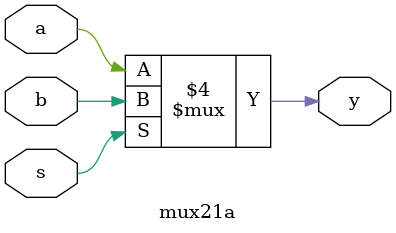
<source format=v>
module mux21a(a,b,s,y);
input a,b,s;
output y;
reg y;
always @(a or b or s)
begin
if(s==1'b0)
begin
y<=a;
end
else
begin
y<=b;
end
end
endmodule

</source>
